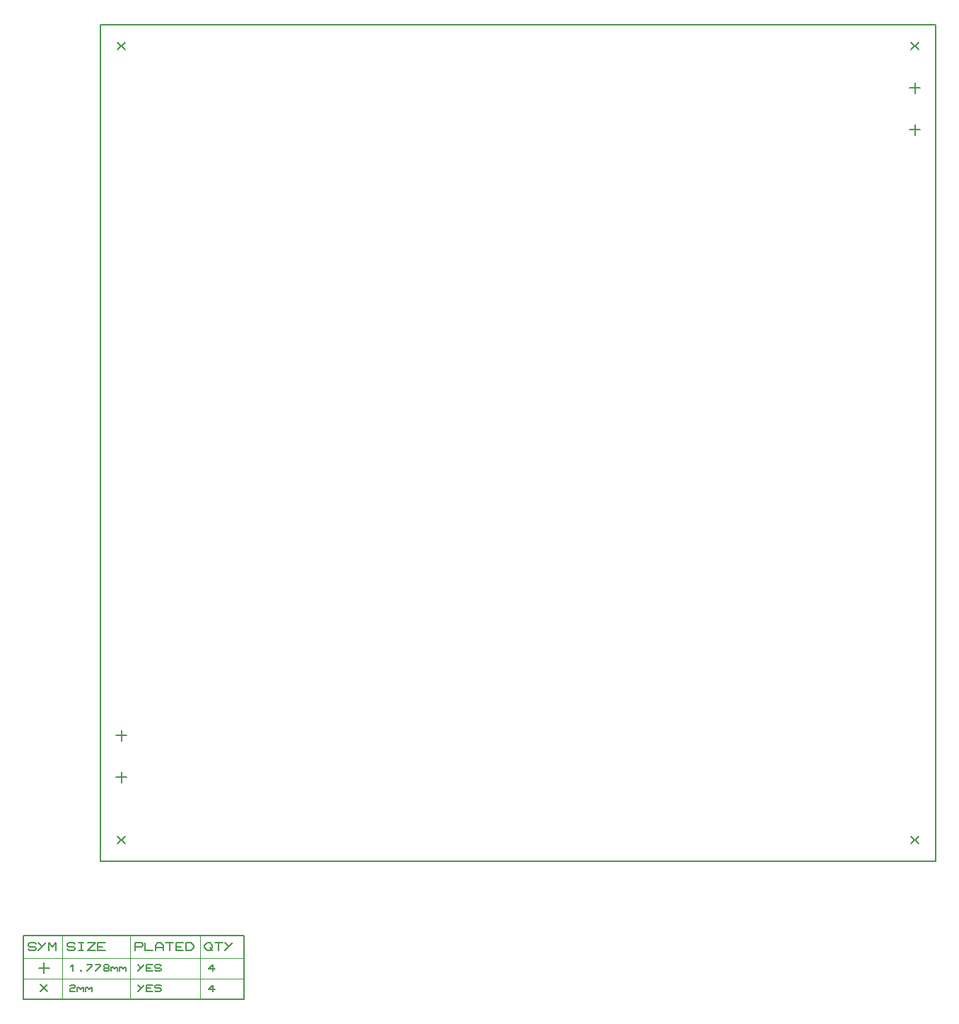
<source format=gbr>
G04 PROTEUS RS274X GERBER FILE*
%FSLAX45Y45*%
%MOMM*%
G01*
%ADD12C,0.203200*%
%ADD17C,0.127000*%
%ADD18C,0.063500*%
D12*
X-10500000Y-8936500D02*
X-10500000Y-9063500D01*
X-10563500Y-9000000D02*
X-10436500Y-9000000D01*
X-10500000Y-9436500D02*
X-10500000Y-9563500D01*
X-10563500Y-9500000D02*
X-10436500Y-9500000D01*
X-1000000Y-1186500D02*
X-1000000Y-1313500D01*
X-1063500Y-1250000D02*
X-936500Y-1250000D01*
X-1000000Y-1686500D02*
X-1000000Y-1813500D01*
X-1063500Y-1750000D02*
X-936500Y-1750000D01*
X-10544901Y-705099D02*
X-10455099Y-794901D01*
X-10544901Y-794901D02*
X-10455099Y-705099D01*
X-1044901Y-10205099D02*
X-955099Y-10294901D01*
X-1044901Y-10294901D02*
X-955099Y-10205099D01*
X-1044901Y-705099D02*
X-955099Y-794901D01*
X-1044901Y-794901D02*
X-955099Y-705099D01*
X-10544901Y-10205099D02*
X-10455099Y-10294901D01*
X-10544901Y-10294901D02*
X-10455099Y-10205099D01*
X-10750000Y-10500000D02*
X-750000Y-10500000D01*
X-750000Y-500000D01*
X-10750000Y-500000D01*
X-10750000Y-10500000D01*
D17*
X-11672720Y-12153160D02*
X-9028580Y-12153160D01*
X-9028580Y-11391160D01*
X-11672720Y-11391160D01*
X-11672720Y-12153160D01*
D18*
X-11205358Y-11391160D02*
X-11205358Y-12153160D01*
X-10392558Y-11391160D02*
X-10392558Y-12153160D01*
X-9559438Y-11391160D02*
X-9559438Y-12153160D01*
X-11672720Y-11664210D02*
X-9028580Y-11664210D01*
X-11672720Y-11905510D02*
X-9028580Y-11905510D01*
D17*
X-11615570Y-11554990D02*
X-11600330Y-11570230D01*
X-11539370Y-11570230D01*
X-11524130Y-11554990D01*
X-11524130Y-11539750D01*
X-11539370Y-11524510D01*
X-11600330Y-11524510D01*
X-11615570Y-11509270D01*
X-11615570Y-11494030D01*
X-11600330Y-11478790D01*
X-11539370Y-11478790D01*
X-11524130Y-11494030D01*
X-11402210Y-11478790D02*
X-11493650Y-11570230D01*
X-11493650Y-11478790D02*
X-11447930Y-11524510D01*
X-11371730Y-11570230D02*
X-11371730Y-11478790D01*
X-11326010Y-11524510D01*
X-11280290Y-11478790D01*
X-11280290Y-11570230D01*
X-11148210Y-11554990D02*
X-11132970Y-11570230D01*
X-11072010Y-11570230D01*
X-11056770Y-11554990D01*
X-11056770Y-11539750D01*
X-11072010Y-11524510D01*
X-11132970Y-11524510D01*
X-11148210Y-11509270D01*
X-11148210Y-11494030D01*
X-11132970Y-11478790D01*
X-11072010Y-11478790D01*
X-11056770Y-11494030D01*
X-11011050Y-11478790D02*
X-10950090Y-11478790D01*
X-10980570Y-11478790D02*
X-10980570Y-11570230D01*
X-11011050Y-11570230D02*
X-10950090Y-11570230D01*
X-10904370Y-11478790D02*
X-10812930Y-11478790D01*
X-10904370Y-11570230D01*
X-10812930Y-11570230D01*
X-10691010Y-11570230D02*
X-10782450Y-11570230D01*
X-10782450Y-11478790D01*
X-10691010Y-11478790D01*
X-10782450Y-11524510D02*
X-10721490Y-11524510D01*
X-10335410Y-11570230D02*
X-10335410Y-11478790D01*
X-10259210Y-11478790D01*
X-10243970Y-11494030D01*
X-10243970Y-11509270D01*
X-10259210Y-11524510D01*
X-10335410Y-11524510D01*
X-10213490Y-11478790D02*
X-10213490Y-11570230D01*
X-10122050Y-11570230D01*
X-10091570Y-11570230D02*
X-10091570Y-11509270D01*
X-10061090Y-11478790D01*
X-10030610Y-11478790D01*
X-10000130Y-11509270D01*
X-10000130Y-11570230D01*
X-10091570Y-11539750D02*
X-10000130Y-11539750D01*
X-9969650Y-11478790D02*
X-9878210Y-11478790D01*
X-9923930Y-11478790D02*
X-9923930Y-11570230D01*
X-9756290Y-11570230D02*
X-9847730Y-11570230D01*
X-9847730Y-11478790D01*
X-9756290Y-11478790D01*
X-9847730Y-11524510D02*
X-9786770Y-11524510D01*
X-9725810Y-11570230D02*
X-9725810Y-11478790D01*
X-9664850Y-11478790D01*
X-9634370Y-11509270D01*
X-9634370Y-11539750D01*
X-9664850Y-11570230D01*
X-9725810Y-11570230D01*
X-9502290Y-11509270D02*
X-9471810Y-11478790D01*
X-9441330Y-11478790D01*
X-9410850Y-11509270D01*
X-9410850Y-11539750D01*
X-9441330Y-11570230D01*
X-9471810Y-11570230D01*
X-9502290Y-11539750D01*
X-9502290Y-11509270D01*
X-9441330Y-11539750D02*
X-9410850Y-11570230D01*
X-9380370Y-11478790D02*
X-9288930Y-11478790D01*
X-9334650Y-11478790D02*
X-9334650Y-11570230D01*
X-9167010Y-11478790D02*
X-9258450Y-11570230D01*
X-9258450Y-11478790D02*
X-9212730Y-11524510D01*
D12*
X-11426340Y-11715010D02*
X-11426340Y-11842010D01*
X-11489840Y-11778510D02*
X-11362840Y-11778510D01*
D17*
X-11103760Y-11765810D02*
X-11078360Y-11740410D01*
X-11078360Y-11816610D01*
X-10989460Y-11803910D02*
X-10976760Y-11803910D01*
X-10976760Y-11816610D01*
X-10989460Y-11816610D01*
X-10989460Y-11803910D01*
X-10913260Y-11740410D02*
X-10849760Y-11740410D01*
X-10849760Y-11753110D01*
X-10913260Y-11816610D01*
X-10811660Y-11740410D02*
X-10748160Y-11740410D01*
X-10748160Y-11753110D01*
X-10811660Y-11816610D01*
X-10697360Y-11778510D02*
X-10710060Y-11765810D01*
X-10710060Y-11753110D01*
X-10697360Y-11740410D01*
X-10659260Y-11740410D01*
X-10646560Y-11753110D01*
X-10646560Y-11765810D01*
X-10659260Y-11778510D01*
X-10697360Y-11778510D01*
X-10710060Y-11791210D01*
X-10710060Y-11803910D01*
X-10697360Y-11816610D01*
X-10659260Y-11816610D01*
X-10646560Y-11803910D01*
X-10646560Y-11791210D01*
X-10659260Y-11778510D01*
X-10621160Y-11816610D02*
X-10621160Y-11765810D01*
X-10621160Y-11778510D02*
X-10608460Y-11765810D01*
X-10583060Y-11791210D01*
X-10557660Y-11765810D01*
X-10544960Y-11778510D01*
X-10544960Y-11816610D01*
X-10519560Y-11816610D02*
X-10519560Y-11765810D01*
X-10519560Y-11778510D02*
X-10506860Y-11765810D01*
X-10481460Y-11791210D01*
X-10456060Y-11765810D01*
X-10443360Y-11778510D01*
X-10443360Y-11816610D01*
X-10227460Y-11740410D02*
X-10303660Y-11816610D01*
X-10303660Y-11740410D02*
X-10265560Y-11778510D01*
X-10125860Y-11816610D02*
X-10202060Y-11816610D01*
X-10202060Y-11740410D01*
X-10125860Y-11740410D01*
X-10202060Y-11778510D02*
X-10151260Y-11778510D01*
X-10100460Y-11803910D02*
X-10087760Y-11816610D01*
X-10036960Y-11816610D01*
X-10024260Y-11803910D01*
X-10024260Y-11791210D01*
X-10036960Y-11778510D01*
X-10087760Y-11778510D01*
X-10100460Y-11765810D01*
X-10100460Y-11753110D01*
X-10087760Y-11740410D01*
X-10036960Y-11740410D01*
X-10024260Y-11753110D01*
X-9381640Y-11791210D02*
X-9457840Y-11791210D01*
X-9407040Y-11740410D01*
X-9407040Y-11816610D01*
D12*
X-11471241Y-11974909D02*
X-11381439Y-12064711D01*
X-11471241Y-12064711D02*
X-11381439Y-11974909D01*
D17*
X-11116460Y-11994410D02*
X-11103760Y-11981710D01*
X-11065660Y-11981710D01*
X-11052960Y-11994410D01*
X-11052960Y-12007110D01*
X-11065660Y-12019810D01*
X-11103760Y-12019810D01*
X-11116460Y-12032510D01*
X-11116460Y-12057910D01*
X-11052960Y-12057910D01*
X-11027560Y-12057910D02*
X-11027560Y-12007110D01*
X-11027560Y-12019810D02*
X-11014860Y-12007110D01*
X-10989460Y-12032510D01*
X-10964060Y-12007110D01*
X-10951360Y-12019810D01*
X-10951360Y-12057910D01*
X-10925960Y-12057910D02*
X-10925960Y-12007110D01*
X-10925960Y-12019810D02*
X-10913260Y-12007110D01*
X-10887860Y-12032510D01*
X-10862460Y-12007110D01*
X-10849760Y-12019810D01*
X-10849760Y-12057910D01*
X-10227460Y-11981710D02*
X-10303660Y-12057910D01*
X-10303660Y-11981710D02*
X-10265560Y-12019810D01*
X-10125860Y-12057910D02*
X-10202060Y-12057910D01*
X-10202060Y-11981710D01*
X-10125860Y-11981710D01*
X-10202060Y-12019810D02*
X-10151260Y-12019810D01*
X-10100460Y-12045210D02*
X-10087760Y-12057910D01*
X-10036960Y-12057910D01*
X-10024260Y-12045210D01*
X-10024260Y-12032510D01*
X-10036960Y-12019810D01*
X-10087760Y-12019810D01*
X-10100460Y-12007110D01*
X-10100460Y-11994410D01*
X-10087760Y-11981710D01*
X-10036960Y-11981710D01*
X-10024260Y-11994410D01*
X-9381640Y-12032510D02*
X-9457840Y-12032510D01*
X-9407040Y-11981710D01*
X-9407040Y-12057910D01*
M02*

</source>
